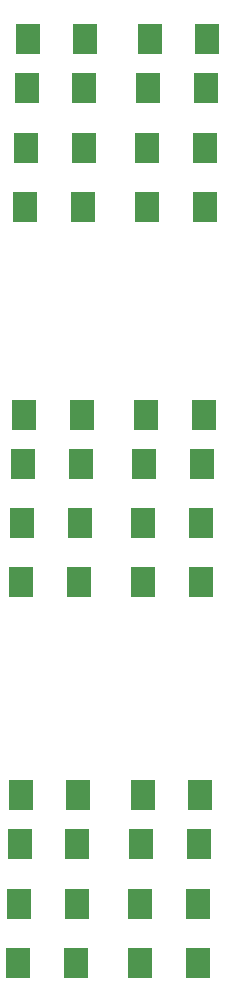
<source format=gbr>
%TF.GenerationSoftware,KiCad,Pcbnew,9.0.0-9.0.0-2~ubuntu22.04.1*%
%TF.CreationDate,2025-03-13T08:20:24+01:00*%
%TF.ProjectId,detec_power,64657465-635f-4706-9f77-65722e6b6963,rev?*%
%TF.SameCoordinates,Original*%
%TF.FileFunction,Paste,Bot*%
%TF.FilePolarity,Positive*%
%FSLAX46Y46*%
G04 Gerber Fmt 4.6, Leading zero omitted, Abs format (unit mm)*
G04 Created by KiCad (PCBNEW 9.0.0-9.0.0-2~ubuntu22.04.1) date 2025-03-13 08:20:24*
%MOMM*%
%LPD*%
G01*
G04 APERTURE LIST*
%ADD10R,2.100000X2.600000*%
G04 APERTURE END LIST*
D10*
%TO.C,R4*%
X134320000Y-113220000D03*
X139220000Y-113220000D03*
%TD*%
%TO.C,R7*%
X145330000Y-45050000D03*
X150230000Y-45050000D03*
%TD*%
%TO.C,R2*%
X134760000Y-59220000D03*
X139660000Y-59220000D03*
%TD*%
%TO.C,R8*%
X144870000Y-80980000D03*
X149770000Y-80980000D03*
%TD*%
%TO.C,R2*%
X134450000Y-91010000D03*
X139350000Y-91010000D03*
%TD*%
%TO.C,R4*%
X134910000Y-49200000D03*
X139810000Y-49200000D03*
%TD*%
%TO.C,R7*%
X144740000Y-109070000D03*
X149640000Y-109070000D03*
%TD*%
%TO.C,R4*%
X134600000Y-80990000D03*
X139500000Y-80990000D03*
%TD*%
%TO.C,R1*%
X134260000Y-118240000D03*
X139160000Y-118240000D03*
%TD*%
%TO.C,R1*%
X134540000Y-86010000D03*
X139440000Y-86010000D03*
%TD*%
%TO.C,R3*%
X135000000Y-45050000D03*
X139900000Y-45050000D03*
%TD*%
%TO.C,R3*%
X134410000Y-109070000D03*
X139310000Y-109070000D03*
%TD*%
%TO.C,R5*%
X144800000Y-86010000D03*
X149700000Y-86010000D03*
%TD*%
%TO.C,R6*%
X144780000Y-91000000D03*
X149680000Y-91000000D03*
%TD*%
%TO.C,R8*%
X144590000Y-113210000D03*
X149490000Y-113210000D03*
%TD*%
%TO.C,R8*%
X145180000Y-49190000D03*
X150080000Y-49190000D03*
%TD*%
%TO.C,R6*%
X145090000Y-59210000D03*
X149990000Y-59210000D03*
%TD*%
%TO.C,R5*%
X144520000Y-118240000D03*
X149420000Y-118240000D03*
%TD*%
%TO.C,R7*%
X145020000Y-76840000D03*
X149920000Y-76840000D03*
%TD*%
%TO.C,R6*%
X144500000Y-123230000D03*
X149400000Y-123230000D03*
%TD*%
%TO.C,R1*%
X134850000Y-54220000D03*
X139750000Y-54220000D03*
%TD*%
%TO.C,R3*%
X134690000Y-76840000D03*
X139590000Y-76840000D03*
%TD*%
%TO.C,R5*%
X145110000Y-54220000D03*
X150010000Y-54220000D03*
%TD*%
%TO.C,R2*%
X134170000Y-123240000D03*
X139070000Y-123240000D03*
%TD*%
M02*

</source>
